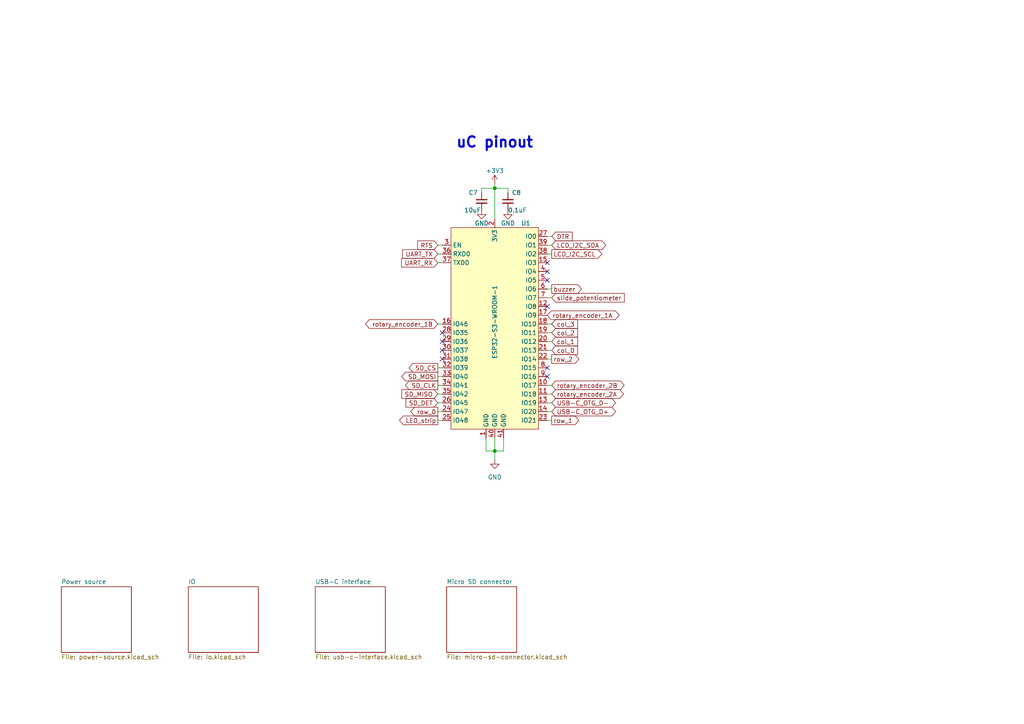
<source format=kicad_sch>
(kicad_sch (version 20230121) (generator eeschema)

  (uuid 26078c39-1d91-4154-8719-da74cb453e74)

  (paper "A4")

  (title_block
    (title "Keypad board")
    (date "2023-11-15")
    (rev "1.1")
  )

  (lib_symbols
    (symbol "PUTRocketLab_supply:+3.3V" (power) (pin_names (offset 0)) (in_bom yes) (on_board yes)
      (property "Reference" "#PWR" (at 0 -3.81 0)
        (effects (font (size 1.27 1.27)) hide)
      )
      (property "Value" "+3.3V" (at 0 3.556 0)
        (effects (font (size 1.27 1.27)))
      )
      (property "Footprint" "" (at 0 0 0)
        (effects (font (size 1.27 1.27)) hide)
      )
      (property "Datasheet" "" (at 0 0 0)
        (effects (font (size 1.27 1.27)) hide)
      )
      (property "ki_keywords" "power-flag" (at 0 0 0)
        (effects (font (size 1.27 1.27)) hide)
      )
      (property "ki_description" "Power symbol creates a global label with name \"+3.3V\"" (at 0 0 0)
        (effects (font (size 1.27 1.27)) hide)
      )
      (symbol "+3.3V_0_1"
        (polyline
          (pts
            (xy -0.762 1.27)
            (xy 0 2.54)
          )
          (stroke (width 0) (type default))
          (fill (type none))
        )
        (polyline
          (pts
            (xy 0 0)
            (xy 0 2.54)
          )
          (stroke (width 0) (type default))
          (fill (type none))
        )
        (polyline
          (pts
            (xy 0 2.54)
            (xy 0.762 1.27)
          )
          (stroke (width 0) (type default))
          (fill (type none))
        )
      )
      (symbol "+3.3V_1_1"
        (pin power_in line (at 0 0 90) (length 0) hide
          (name "+3V3" (effects (font (size 1.27 1.27))))
          (number "1" (effects (font (size 1.27 1.27))))
        )
      )
    )
    (symbol "PUTRocketLab_supply:GND" (power) (pin_names (offset 0)) (in_bom yes) (on_board yes)
      (property "Reference" "#PWR" (at 0 -6.35 0)
        (effects (font (size 1.27 1.27)) hide)
      )
      (property "Value" "GND" (at 0 -3.81 0)
        (effects (font (size 1.27 1.27)))
      )
      (property "Footprint" "" (at 0 0 0)
        (effects (font (size 1.27 1.27)) hide)
      )
      (property "Datasheet" "" (at 0 0 0)
        (effects (font (size 1.27 1.27)) hide)
      )
      (property "ki_keywords" "power-flag" (at 0 0 0)
        (effects (font (size 1.27 1.27)) hide)
      )
      (property "ki_description" "Power symbol creates a global label with name \"GND\" , ground" (at 0 0 0)
        (effects (font (size 1.27 1.27)) hide)
      )
      (symbol "GND_0_1"
        (polyline
          (pts
            (xy 0 0)
            (xy 0 -1.27)
            (xy 1.27 -1.27)
            (xy 0 -2.54)
            (xy -1.27 -1.27)
            (xy 0 -1.27)
          )
          (stroke (width 0) (type default))
          (fill (type none))
        )
      )
      (symbol "GND_1_1"
        (pin power_in line (at 0 0 270) (length 0) hide
          (name "GND" (effects (font (size 1.27 1.27))))
          (number "1" (effects (font (size 1.27 1.27))))
        )
      )
    )
    (symbol "PUT_RocketLab_IC:ESP32-S3-WROOM-1" (in_bom yes) (on_board yes)
      (property "Reference" "U" (at -11.43 30.48 0)
        (effects (font (size 1.27 1.27)))
      )
      (property "Value" "ESP32-S3-WROOM-1" (at 0 -1.27 90)
        (effects (font (size 1.27 1.27)))
      )
      (property "Footprint" "PUTRocketLab_IC:ESP32-S3-WROOM-1" (at 0 -48.26 0)
        (effects (font (size 1.27 1.27)) hide)
      )
      (property "Datasheet" "https://www.espressif.com/sites/default/files/documentation/esp32-s3-wroom-1_wroom-1u_datasheet_en.pdf" (at 0 -45.72 0)
        (effects (font (size 1.27 1.27)) hide)
      )
      (property "ki_keywords" "ESP, ESP32, WROOM" (at 0 0 0)
        (effects (font (size 1.27 1.27)) hide)
      )
      (symbol "ESP32-S3-WROOM-1_0_1"
        (rectangle (start -12.7 29.21) (end 12.7 -29.21)
          (stroke (width 0) (type default))
          (fill (type background))
        )
      )
      (symbol "ESP32-S3-WROOM-1_1_1"
        (pin power_in line (at -2.54 -31.75 90) (length 2.54)
          (name "GND" (effects (font (size 1.27 1.27))))
          (number "1" (effects (font (size 1.27 1.27))))
        )
        (pin bidirectional line (at 15.24 -16.51 180) (length 2.54)
          (name "IO17" (effects (font (size 1.27 1.27))))
          (number "10" (effects (font (size 1.27 1.27))))
        )
        (pin bidirectional line (at 15.24 -19.05 180) (length 2.54)
          (name "IO18" (effects (font (size 1.27 1.27))))
          (number "11" (effects (font (size 1.27 1.27))))
        )
        (pin bidirectional line (at 15.24 6.35 180) (length 2.54)
          (name "IO8" (effects (font (size 1.27 1.27))))
          (number "12" (effects (font (size 1.27 1.27))))
        )
        (pin bidirectional line (at 15.24 -21.59 180) (length 2.54)
          (name "IO19" (effects (font (size 1.27 1.27))))
          (number "13" (effects (font (size 1.27 1.27))))
        )
        (pin bidirectional line (at 15.24 -24.13 180) (length 2.54)
          (name "IO20" (effects (font (size 1.27 1.27))))
          (number "14" (effects (font (size 1.27 1.27))))
        )
        (pin tri_state line (at 15.24 19.05 180) (length 2.54)
          (name "IO3" (effects (font (size 1.27 1.27))))
          (number "15" (effects (font (size 1.27 1.27))))
        )
        (pin tri_state line (at -15.24 1.27 0) (length 2.54)
          (name "IO46" (effects (font (size 1.27 1.27))))
          (number "16" (effects (font (size 1.27 1.27))))
        )
        (pin bidirectional line (at 15.24 3.81 180) (length 2.54)
          (name "IO9" (effects (font (size 1.27 1.27))))
          (number "17" (effects (font (size 1.27 1.27))))
        )
        (pin bidirectional line (at 15.24 1.27 180) (length 2.54)
          (name "IO10" (effects (font (size 1.27 1.27))))
          (number "18" (effects (font (size 1.27 1.27))))
        )
        (pin bidirectional line (at 15.24 -1.27 180) (length 2.54)
          (name "IO11" (effects (font (size 1.27 1.27))))
          (number "19" (effects (font (size 1.27 1.27))))
        )
        (pin power_in line (at 0 31.75 270) (length 2.54)
          (name "3V3" (effects (font (size 1.27 1.27))))
          (number "2" (effects (font (size 1.27 1.27))))
        )
        (pin bidirectional line (at 15.24 -3.81 180) (length 2.54)
          (name "IO12" (effects (font (size 1.27 1.27))))
          (number "20" (effects (font (size 1.27 1.27))))
        )
        (pin bidirectional line (at 15.24 -6.35 180) (length 2.54)
          (name "IO13" (effects (font (size 1.27 1.27))))
          (number "21" (effects (font (size 1.27 1.27))))
        )
        (pin bidirectional line (at 15.24 -8.89 180) (length 2.54)
          (name "IO14" (effects (font (size 1.27 1.27))))
          (number "22" (effects (font (size 1.27 1.27))))
        )
        (pin bidirectional line (at 15.24 -26.67 180) (length 2.54)
          (name "IO21" (effects (font (size 1.27 1.27))))
          (number "23" (effects (font (size 1.27 1.27))))
        )
        (pin bidirectional line (at -15.24 -24.13 0) (length 2.54)
          (name "IO47" (effects (font (size 1.27 1.27))))
          (number "24" (effects (font (size 1.27 1.27))))
        )
        (pin bidirectional line (at -15.24 -26.67 0) (length 2.54)
          (name "IO48" (effects (font (size 1.27 1.27))))
          (number "25" (effects (font (size 1.27 1.27))))
        )
        (pin tri_state line (at -15.24 -21.59 0) (length 2.54)
          (name "IO45" (effects (font (size 1.27 1.27))))
          (number "26" (effects (font (size 1.27 1.27))))
        )
        (pin tri_state line (at 15.24 26.67 180) (length 2.54)
          (name "IO0" (effects (font (size 1.27 1.27))))
          (number "27" (effects (font (size 1.27 1.27))))
        )
        (pin bidirectional line (at -15.24 -1.27 0) (length 2.54)
          (name "IO35" (effects (font (size 1.27 1.27))))
          (number "28" (effects (font (size 1.27 1.27))))
        )
        (pin bidirectional line (at -15.24 -3.81 0) (length 2.54)
          (name "IO36" (effects (font (size 1.27 1.27))))
          (number "29" (effects (font (size 1.27 1.27))))
        )
        (pin input line (at -15.24 24.13 0) (length 2.54)
          (name "EN" (effects (font (size 1.27 1.27))))
          (number "3" (effects (font (size 1.27 1.27))))
        )
        (pin bidirectional line (at -15.24 -6.35 0) (length 2.54)
          (name "IO37" (effects (font (size 1.27 1.27))))
          (number "30" (effects (font (size 1.27 1.27))))
        )
        (pin bidirectional line (at -15.24 -8.89 0) (length 2.54)
          (name "IO38" (effects (font (size 1.27 1.27))))
          (number "31" (effects (font (size 1.27 1.27))))
        )
        (pin bidirectional line (at -15.24 -11.43 0) (length 2.54)
          (name "IO39" (effects (font (size 1.27 1.27))))
          (number "32" (effects (font (size 1.27 1.27))))
        )
        (pin bidirectional line (at -15.24 -13.97 0) (length 2.54)
          (name "IO40" (effects (font (size 1.27 1.27))))
          (number "33" (effects (font (size 1.27 1.27))))
        )
        (pin bidirectional line (at -15.24 -16.51 0) (length 2.54)
          (name "IO41" (effects (font (size 1.27 1.27))))
          (number "34" (effects (font (size 1.27 1.27))))
        )
        (pin bidirectional line (at -15.24 -19.05 0) (length 2.54)
          (name "IO42" (effects (font (size 1.27 1.27))))
          (number "35" (effects (font (size 1.27 1.27))))
        )
        (pin input line (at -15.24 21.59 0) (length 2.54)
          (name "RXD0" (effects (font (size 1.27 1.27))))
          (number "36" (effects (font (size 1.27 1.27))))
        )
        (pin output line (at -15.24 19.05 0) (length 2.54)
          (name "TXD0" (effects (font (size 1.27 1.27))))
          (number "37" (effects (font (size 1.27 1.27))))
        )
        (pin bidirectional line (at 15.24 21.59 180) (length 2.54)
          (name "IO2" (effects (font (size 1.27 1.27))))
          (number "38" (effects (font (size 1.27 1.27))))
        )
        (pin bidirectional line (at 15.24 24.13 180) (length 2.54)
          (name "IO1" (effects (font (size 1.27 1.27))))
          (number "39" (effects (font (size 1.27 1.27))))
        )
        (pin bidirectional line (at 15.24 16.51 180) (length 2.54)
          (name "IO4" (effects (font (size 1.27 1.27))))
          (number "4" (effects (font (size 1.27 1.27))))
        )
        (pin power_in line (at 0 -31.75 90) (length 2.54)
          (name "GND" (effects (font (size 1.27 1.27))))
          (number "40" (effects (font (size 1.27 1.27))))
        )
        (pin power_in line (at 2.54 -31.75 90) (length 2.54)
          (name "GND" (effects (font (size 1.27 1.27))))
          (number "41" (effects (font (size 1.27 1.27))))
        )
        (pin bidirectional line (at 15.24 13.97 180) (length 2.54)
          (name "IO5" (effects (font (size 1.27 1.27))))
          (number "5" (effects (font (size 1.27 1.27))))
        )
        (pin bidirectional line (at 15.24 11.43 180) (length 2.54)
          (name "IO6" (effects (font (size 1.27 1.27))))
          (number "6" (effects (font (size 1.27 1.27))))
        )
        (pin bidirectional line (at 15.24 8.89 180) (length 2.54)
          (name "IO7" (effects (font (size 1.27 1.27))))
          (number "7" (effects (font (size 1.27 1.27))))
        )
        (pin bidirectional line (at 15.24 -11.43 180) (length 2.54)
          (name "IO15" (effects (font (size 1.27 1.27))))
          (number "8" (effects (font (size 1.27 1.27))))
        )
        (pin bidirectional line (at 15.24 -13.97 180) (length 2.54)
          (name "IO16" (effects (font (size 1.27 1.27))))
          (number "9" (effects (font (size 1.27 1.27))))
        )
      )
    )
    (symbol "PutRocketLab_RCL:C_Small" (pin_numbers hide) (pin_names (offset 0.254) hide) (in_bom yes) (on_board yes)
      (property "Reference" "C" (at 0.254 1.778 0)
        (effects (font (size 1.27 1.27)) (justify left))
      )
      (property "Value" "C_Small" (at 0.254 -2.032 0)
        (effects (font (size 1.27 1.27)) (justify left))
      )
      (property "Footprint" "" (at 0 0 0)
        (effects (font (size 1.27 1.27)) hide)
      )
      (property "Datasheet" "~" (at 0 0 0)
        (effects (font (size 1.27 1.27)) hide)
      )
      (property "ki_keywords" "capacitor cap" (at 0 0 0)
        (effects (font (size 1.27 1.27)) hide)
      )
      (property "ki_description" "Unpolarized capacitor, small symbol" (at 0 0 0)
        (effects (font (size 1.27 1.27)) hide)
      )
      (property "ki_fp_filters" "C_*" (at 0 0 0)
        (effects (font (size 1.27 1.27)) hide)
      )
      (symbol "C_Small_0_1"
        (polyline
          (pts
            (xy -1.524 -0.508)
            (xy 1.524 -0.508)
          )
          (stroke (width 0.3302) (type default))
          (fill (type none))
        )
        (polyline
          (pts
            (xy -1.524 0.508)
            (xy 1.524 0.508)
          )
          (stroke (width 0.3048) (type default))
          (fill (type none))
        )
      )
      (symbol "C_Small_1_1"
        (pin passive line (at 0 2.54 270) (length 2.032)
          (name "~" (effects (font (size 1.27 1.27))))
          (number "1" (effects (font (size 1.27 1.27))))
        )
        (pin passive line (at 0 -2.54 90) (length 2.032)
          (name "~" (effects (font (size 1.27 1.27))))
          (number "2" (effects (font (size 1.27 1.27))))
        )
      )
    )
  )

  (junction (at 143.51 54.61) (diameter 0) (color 0 0 0 0)
    (uuid 2e814cac-a2a5-4f23-9357-e9506d99ff37)
  )
  (junction (at 143.51 130.81) (diameter 0) (color 0 0 0 0)
    (uuid 625bf36d-1f2a-4a51-9b26-d62f305d4969)
  )

  (no_connect (at 158.75 88.9) (uuid 108cb2a6-bd18-4ab5-a473-0f873e0ea904))
  (no_connect (at 158.75 78.74) (uuid 382e3170-fd3b-4dd8-a75f-90e07cd076d3))
  (no_connect (at 158.75 76.2) (uuid 45c1501b-859b-4789-92d3-adb974dd54f5))
  (no_connect (at 158.75 106.68) (uuid 4e382b37-e103-457c-80b3-ffb5921ca907))
  (no_connect (at 128.27 96.52) (uuid 54c037d4-9c56-4405-883a-0a7c06cd873c))
  (no_connect (at 128.27 104.14) (uuid 9a2161f3-1a78-4779-a9ab-0a117736d453))
  (no_connect (at 158.75 81.28) (uuid a1d64f54-2608-43e0-940e-f429e8368a4e))
  (no_connect (at 128.27 99.06) (uuid a747d3e4-6b52-48ef-88cd-3a301666646e))
  (no_connect (at 158.75 109.22) (uuid d94b5d51-dda6-440d-9a35-3de387d2d229))
  (no_connect (at 128.27 101.6) (uuid dd771f37-823d-47da-8d40-ad704413d70a))

  (wire (pts (xy 140.97 127) (xy 140.97 130.81))
    (stroke (width 0) (type default))
    (uuid 08a3c591-a2c1-4d30-9aec-4ce6a9040b97)
  )
  (wire (pts (xy 127 76.2) (xy 128.27 76.2))
    (stroke (width 0) (type default))
    (uuid 0bff2490-47db-4b75-a218-87c62dd56e5c)
  )
  (wire (pts (xy 143.51 53.34) (xy 143.51 54.61))
    (stroke (width 0) (type default))
    (uuid 27784979-3372-43f2-bde2-32b19dff8cb5)
  )
  (wire (pts (xy 143.51 130.81) (xy 143.51 127))
    (stroke (width 0) (type default))
    (uuid 29f069ed-b92f-472b-8e03-cf72bc45a296)
  )
  (wire (pts (xy 127 71.12) (xy 128.27 71.12))
    (stroke (width 0) (type default))
    (uuid 32e50a65-9075-458d-b71e-0303fd9c26cb)
  )
  (wire (pts (xy 147.32 54.61) (xy 147.32 55.88))
    (stroke (width 0) (type default))
    (uuid 38f88675-eeea-489d-bd91-cf2dd0c31595)
  )
  (wire (pts (xy 127 106.68) (xy 128.27 106.68))
    (stroke (width 0) (type default))
    (uuid 525a9da5-bcad-487a-83bb-154b26e9b3aa)
  )
  (wire (pts (xy 160.02 111.76) (xy 158.75 111.76))
    (stroke (width 0) (type default))
    (uuid 561d6d3a-ad30-43ff-a076-12efa95d94c4)
  )
  (wire (pts (xy 127 116.84) (xy 128.27 116.84))
    (stroke (width 0) (type default))
    (uuid 5ef47d0c-6c33-4101-b2ed-9358f08302f1)
  )
  (wire (pts (xy 143.51 54.61) (xy 147.32 54.61))
    (stroke (width 0) (type default))
    (uuid 6c3ffae6-b50a-4eab-8041-f20b779dc44b)
  )
  (wire (pts (xy 143.51 54.61) (xy 143.51 63.5))
    (stroke (width 0) (type default))
    (uuid 7b89fbd2-2b0b-49cf-b804-8544563e6e77)
  )
  (wire (pts (xy 160.02 104.14) (xy 158.75 104.14))
    (stroke (width 0) (type default))
    (uuid 7eb83d8a-e564-4a2c-afcc-3a67ba5f0ff6)
  )
  (wire (pts (xy 158.75 71.12) (xy 160.02 71.12))
    (stroke (width 0) (type default))
    (uuid 867c98e5-ef6c-417b-a1e1-b968c6c2a4d1)
  )
  (wire (pts (xy 127 111.76) (xy 128.27 111.76))
    (stroke (width 0) (type default))
    (uuid 8e31f79a-5ced-47b7-879d-3b9b8e000578)
  )
  (wire (pts (xy 127 119.38) (xy 128.27 119.38))
    (stroke (width 0) (type default))
    (uuid 91958687-ff78-4301-86ee-7bc119efdca7)
  )
  (wire (pts (xy 160.02 93.98) (xy 158.75 93.98))
    (stroke (width 0) (type default))
    (uuid 92db1853-ec63-432a-83dc-62d974ca5f4b)
  )
  (wire (pts (xy 139.7 54.61) (xy 139.7 55.88))
    (stroke (width 0) (type default))
    (uuid 93430ace-e5fc-4239-9a19-9ccbba53a9ae)
  )
  (wire (pts (xy 139.7 54.61) (xy 143.51 54.61))
    (stroke (width 0) (type default))
    (uuid 9972ded4-b743-400c-8ab4-2286545a6f47)
  )
  (wire (pts (xy 158.75 73.66) (xy 160.02 73.66))
    (stroke (width 0) (type default))
    (uuid 9a27399f-c975-44dc-a60b-3afab2c74f0b)
  )
  (wire (pts (xy 160.02 86.36) (xy 158.75 86.36))
    (stroke (width 0) (type default))
    (uuid 9a31ebd5-7597-467d-a306-5ff2f2e1a4d2)
  )
  (wire (pts (xy 127 73.66) (xy 128.27 73.66))
    (stroke (width 0) (type default))
    (uuid a08cd76d-a1bf-4422-b01b-4d83597ff03b)
  )
  (wire (pts (xy 127 121.92) (xy 128.27 121.92))
    (stroke (width 0) (type default))
    (uuid a8063c1e-2a9a-4502-bcb6-bbf6f8b2a597)
  )
  (wire (pts (xy 127 93.98) (xy 128.27 93.98))
    (stroke (width 0) (type default))
    (uuid b2680f28-db25-45d6-bb13-8d2ec560f688)
  )
  (wire (pts (xy 140.97 130.81) (xy 143.51 130.81))
    (stroke (width 0) (type default))
    (uuid c4e087ca-e142-4f0b-9482-ea19ab50d2ed)
  )
  (wire (pts (xy 160.02 83.82) (xy 158.75 83.82))
    (stroke (width 0) (type default))
    (uuid c554b6e7-6d28-40bb-9495-09ac2eef2114)
  )
  (wire (pts (xy 146.05 130.81) (xy 143.51 130.81))
    (stroke (width 0) (type default))
    (uuid c9e58942-7014-4ef8-94c5-e25462a07b3f)
  )
  (wire (pts (xy 160.02 96.52) (xy 158.75 96.52))
    (stroke (width 0) (type default))
    (uuid cbcc4fcb-a295-4f81-845f-b24ed78b0900)
  )
  (wire (pts (xy 160.02 68.58) (xy 158.75 68.58))
    (stroke (width 0) (type default))
    (uuid d430ba25-5bfa-4905-976a-e33b73dc66cd)
  )
  (wire (pts (xy 160.02 101.6) (xy 158.75 101.6))
    (stroke (width 0) (type default))
    (uuid d5b4e959-3c2a-4bb7-b41a-4ea2f3315c4a)
  )
  (wire (pts (xy 127 114.3) (xy 128.27 114.3))
    (stroke (width 0) (type default))
    (uuid db2058fb-a9e7-466a-ba79-1c5711cf3631)
  )
  (wire (pts (xy 127 109.22) (xy 128.27 109.22))
    (stroke (width 0) (type default))
    (uuid ddf0131e-1db4-48b9-abc3-e3ab070c597e)
  )
  (wire (pts (xy 143.51 130.81) (xy 143.51 133.35))
    (stroke (width 0) (type default))
    (uuid e52cf3b5-ef28-45ee-9a2d-16abf3e78fa9)
  )
  (wire (pts (xy 160.02 121.92) (xy 158.75 121.92))
    (stroke (width 0) (type default))
    (uuid e659fbb4-6209-458b-b277-8d34e4402e7b)
  )
  (wire (pts (xy 160.02 119.38) (xy 158.75 119.38))
    (stroke (width 0) (type default))
    (uuid e77e91a0-089a-4233-9978-11842e7c3149)
  )
  (wire (pts (xy 160.02 99.06) (xy 158.75 99.06))
    (stroke (width 0) (type default))
    (uuid eea4c8e7-75ab-4868-80c6-0a6474bdf286)
  )
  (wire (pts (xy 160.02 116.84) (xy 158.75 116.84))
    (stroke (width 0) (type default))
    (uuid f2ca90a2-6106-44d3-89cb-ccced101cf75)
  )
  (wire (pts (xy 146.05 127) (xy 146.05 130.81))
    (stroke (width 0) (type default))
    (uuid f77f0623-2df9-4d78-bc83-a57bb6b48b79)
  )
  (wire (pts (xy 160.02 114.3) (xy 158.75 114.3))
    (stroke (width 0) (type default))
    (uuid ffd3191f-8f95-4fa3-b899-f54c17240025)
  )

  (text "uC pinout" (at 132.08 43.18 0)
    (effects (font (size 3 3) (thickness 0.6) bold) (justify left bottom))
    (uuid 4d8502b0-ed28-4420-8f1c-32a2780d23c4)
  )

  (global_label "buzzer" (shape output) (at 160.02 83.82 0) (fields_autoplaced)
    (effects (font (size 1.27 1.27)) (justify left))
    (uuid 0eef5811-8c3d-4158-a7d2-7de56a413b79)
    (property "Intersheetrefs" "${INTERSHEET_REFS}" (at 169.2342 83.82 0)
      (effects (font (size 1.27 1.27)) (justify left) hide)
    )
  )
  (global_label "rotary_encoder_2B" (shape bidirectional) (at 160.02 111.76 0) (fields_autoplaced)
    (effects (font (size 1.27 1.27)) (justify left))
    (uuid 173ed5ad-dc49-4b9c-9027-e3d1e99e89b8)
    (property "Intersheetrefs" "${INTERSHEET_REFS}" (at 181.5939 111.76 0)
      (effects (font (size 1.27 1.27)) (justify left) hide)
    )
  )
  (global_label "SD_CS" (shape output) (at 127 106.68 180) (fields_autoplaced)
    (effects (font (size 1.27 1.27)) (justify right))
    (uuid 218ba6c8-6f02-4cf1-b41d-c99d7e11d3d5)
    (property "Intersheetrefs" "${INTERSHEET_REFS}" (at 118.0882 106.68 0)
      (effects (font (size 1.27 1.27)) (justify right) hide)
    )
  )
  (global_label "RTS" (shape input) (at 127 71.12 180) (fields_autoplaced)
    (effects (font (size 1.27 1.27)) (justify right))
    (uuid 226f8740-d4df-43b2-88d6-9e1cb6f1649b)
    (property "Intersheetrefs" "${INTERSHEET_REFS}" (at 120.5677 71.12 0)
      (effects (font (size 1.27 1.27)) (justify right) hide)
    )
  )
  (global_label "slide_potentiometer" (shape input) (at 160.02 86.36 0) (fields_autoplaced)
    (effects (font (size 1.27 1.27)) (justify left))
    (uuid 36e98c8f-e909-4649-bd6a-f1d20bf783ab)
    (property "Intersheetrefs" "${INTERSHEET_REFS}" (at 181.6317 86.36 0)
      (effects (font (size 1.27 1.27)) (justify left) hide)
    )
  )
  (global_label "rotary_encoder_1A" (shape bidirectional) (at 158.75 91.44 0) (fields_autoplaced)
    (effects (font (size 1.27 1.27)) (justify left))
    (uuid 3af67104-e81c-41b0-a8cf-e21b4ec69b75)
    (property "Intersheetrefs" "${INTERSHEET_REFS}" (at 180.1425 91.44 0)
      (effects (font (size 1.27 1.27)) (justify left) hide)
    )
  )
  (global_label "USB-C_OTG_D+" (shape bidirectional) (at 160.02 119.38 0) (fields_autoplaced)
    (effects (font (size 1.27 1.27)) (justify left))
    (uuid 4cf02b29-4b5e-486c-bacc-921f7e54ec23)
    (property "Intersheetrefs" "${INTERSHEET_REFS}" (at 179.1146 119.38 0)
      (effects (font (size 1.27 1.27)) (justify left) hide)
    )
  )
  (global_label "row_0" (shape output) (at 127 119.38 180) (fields_autoplaced)
    (effects (font (size 1.27 1.27)) (justify right))
    (uuid 4d8e0c8d-7223-4520-a5c2-5ae28c5196a1)
    (property "Intersheetrefs" "${INTERSHEET_REFS}" (at 118.572 119.38 0)
      (effects (font (size 1.27 1.27)) (justify right) hide)
    )
  )
  (global_label "SD_MOSI" (shape output) (at 127 109.22 180) (fields_autoplaced)
    (effects (font (size 1.27 1.27)) (justify right))
    (uuid 5f17f63e-3503-4eb2-ae84-7a318dccaa02)
    (property "Intersheetrefs" "${INTERSHEET_REFS}" (at 115.9715 109.22 0)
      (effects (font (size 1.27 1.27)) (justify right) hide)
    )
  )
  (global_label "col_3" (shape input) (at 160.02 93.98 0) (fields_autoplaced)
    (effects (font (size 1.27 1.27)) (justify left))
    (uuid 62f26f03-eb34-427d-a2e2-bb00ceb269dc)
    (property "Intersheetrefs" "${INTERSHEET_REFS}" (at 168.0851 93.98 0)
      (effects (font (size 1.27 1.27)) (justify left) hide)
    )
  )
  (global_label "rotary_encoder_2A" (shape bidirectional) (at 160.02 114.3 0) (fields_autoplaced)
    (effects (font (size 1.27 1.27)) (justify left))
    (uuid 6520acd1-d00e-4d69-a1bc-888b8806ec86)
    (property "Intersheetrefs" "${INTERSHEET_REFS}" (at 181.4125 114.3 0)
      (effects (font (size 1.27 1.27)) (justify left) hide)
    )
  )
  (global_label "rotary_encoder_1B" (shape bidirectional) (at 127 93.98 180) (fields_autoplaced)
    (effects (font (size 1.27 1.27)) (justify right))
    (uuid 6647faba-be0d-4c6c-9c86-d1226a86ca04)
    (property "Intersheetrefs" "${INTERSHEET_REFS}" (at 105.4261 93.98 0)
      (effects (font (size 1.27 1.27)) (justify right) hide)
    )
  )
  (global_label "SD_DET" (shape input) (at 127 116.84 180) (fields_autoplaced)
    (effects (font (size 1.27 1.27)) (justify right))
    (uuid 7d89cfa1-170b-480a-9c1c-91eaa8123390)
    (property "Intersheetrefs" "${INTERSHEET_REFS}" (at 117.1811 116.84 0)
      (effects (font (size 1.27 1.27)) (justify right) hide)
    )
  )
  (global_label "UART_RX" (shape input) (at 127 76.2 180) (fields_autoplaced)
    (effects (font (size 1.27 1.27)) (justify right))
    (uuid 805ed7da-7b2c-46ed-8905-f54fe0c2c807)
    (property "Intersheetrefs" "${INTERSHEET_REFS}" (at 115.911 76.2 0)
      (effects (font (size 1.27 1.27)) (justify right) hide)
    )
  )
  (global_label "SD_CLK" (shape output) (at 127 111.76 180) (fields_autoplaced)
    (effects (font (size 1.27 1.27)) (justify right))
    (uuid 9171cef9-1448-4344-ae75-2bda1b4902c0)
    (property "Intersheetrefs" "${INTERSHEET_REFS}" (at 116.9996 111.76 0)
      (effects (font (size 1.27 1.27)) (justify right) hide)
    )
  )
  (global_label "USB-C_OTG_D-" (shape bidirectional) (at 160.02 116.84 0) (fields_autoplaced)
    (effects (font (size 1.27 1.27)) (justify left))
    (uuid 9402d704-1f00-46e6-ad9c-49b304846702)
    (property "Intersheetrefs" "${INTERSHEET_REFS}" (at 179.1146 116.84 0)
      (effects (font (size 1.27 1.27)) (justify left) hide)
    )
  )
  (global_label "col_0" (shape input) (at 160.02 101.6 0) (fields_autoplaced)
    (effects (font (size 1.27 1.27)) (justify left))
    (uuid 94a31434-ffb0-49da-8427-514722edb970)
    (property "Intersheetrefs" "${INTERSHEET_REFS}" (at 168.0851 101.6 0)
      (effects (font (size 1.27 1.27)) (justify left) hide)
    )
  )
  (global_label "SD_MISO" (shape input) (at 127 114.3 180) (fields_autoplaced)
    (effects (font (size 1.27 1.27)) (justify right))
    (uuid 9cc4063d-b25c-4fad-ace5-92061ee926f4)
    (property "Intersheetrefs" "${INTERSHEET_REFS}" (at 115.9715 114.3 0)
      (effects (font (size 1.27 1.27)) (justify right) hide)
    )
  )
  (global_label "col_1" (shape input) (at 160.02 99.06 0) (fields_autoplaced)
    (effects (font (size 1.27 1.27)) (justify left))
    (uuid ac8caad2-72b1-4fd4-99da-b9ddf3fc3e25)
    (property "Intersheetrefs" "${INTERSHEET_REFS}" (at 168.0851 99.06 0)
      (effects (font (size 1.27 1.27)) (justify left) hide)
    )
  )
  (global_label "col_2" (shape input) (at 160.02 96.52 0) (fields_autoplaced)
    (effects (font (size 1.27 1.27)) (justify left))
    (uuid afa110f3-da15-497a-a3b6-12f4bd61cfdf)
    (property "Intersheetrefs" "${INTERSHEET_REFS}" (at 168.0851 96.52 0)
      (effects (font (size 1.27 1.27)) (justify left) hide)
    )
  )
  (global_label "row_2" (shape output) (at 160.02 104.14 0) (fields_autoplaced)
    (effects (font (size 1.27 1.27)) (justify left))
    (uuid b27a254c-4586-4a52-8e8c-8f064ba8c97e)
    (property "Intersheetrefs" "${INTERSHEET_REFS}" (at 168.448 104.14 0)
      (effects (font (size 1.27 1.27)) (justify left) hide)
    )
  )
  (global_label "row_1" (shape output) (at 160.02 121.92 0) (fields_autoplaced)
    (effects (font (size 1.27 1.27)) (justify left))
    (uuid b62d2202-bd00-40fa-a21c-3397799744a8)
    (property "Intersheetrefs" "${INTERSHEET_REFS}" (at 168.448 121.92 0)
      (effects (font (size 1.27 1.27)) (justify left) hide)
    )
  )
  (global_label "LED_strip" (shape output) (at 127 121.92 180) (fields_autoplaced)
    (effects (font (size 1.27 1.27)) (justify right))
    (uuid c810b8a5-234e-447a-b882-53bf85cb48b2)
    (property "Intersheetrefs" "${INTERSHEET_REFS}" (at 115.3063 121.92 0)
      (effects (font (size 1.27 1.27)) (justify right) hide)
    )
  )
  (global_label "UART_TX" (shape input) (at 127 73.66 180) (fields_autoplaced)
    (effects (font (size 1.27 1.27)) (justify right))
    (uuid d56b9420-9fb2-4b78-9a7e-0fb72a81e614)
    (property "Intersheetrefs" "${INTERSHEET_REFS}" (at 116.2134 73.66 0)
      (effects (font (size 1.27 1.27)) (justify right) hide)
    )
  )
  (global_label "LCD_I2C_SCL" (shape output) (at 160.02 73.66 0) (fields_autoplaced)
    (effects (font (size 1.27 1.27)) (justify left))
    (uuid d7e2e1fa-8fbb-47ee-816e-d8df7b9ad8ed)
    (property "Intersheetrefs" "${INTERSHEET_REFS}" (at 175.1004 73.66 0)
      (effects (font (size 1.27 1.27)) (justify left) hide)
    )
  )
  (global_label "LCD_I2C_SDA" (shape bidirectional) (at 160.02 71.12 0) (fields_autoplaced)
    (effects (font (size 1.27 1.27)) (justify left))
    (uuid e57df766-da24-46dc-a98e-f56b28db38b8)
    (property "Intersheetrefs" "${INTERSHEET_REFS}" (at 176.2722 71.12 0)
      (effects (font (size 1.27 1.27)) (justify left) hide)
    )
  )
  (global_label "DTR" (shape input) (at 160.02 68.58 0) (fields_autoplaced)
    (effects (font (size 1.27 1.27)) (justify left))
    (uuid efe71064-403d-4769-9d7c-e229265ca6bd)
    (property "Intersheetrefs" "${INTERSHEET_REFS}" (at 166.5128 68.58 0)
      (effects (font (size 1.27 1.27)) (justify left) hide)
    )
  )

  (symbol (lib_id "PUTRocketLab_supply:+3.3V") (at 143.51 53.34 0) (unit 1)
    (in_bom yes) (on_board yes) (dnp no)
    (uuid 0516d39d-7c96-443a-988e-66bced891ddf)
    (property "Reference" "#PWR027" (at 143.51 57.15 0)
      (effects (font (size 1.27 1.27)) hide)
    )
    (property "Value" "+3.3V" (at 143.51 49.53 0)
      (effects (font (size 1.27 1.27)))
    )
    (property "Footprint" "" (at 143.51 53.34 0)
      (effects (font (size 1.27 1.27)) hide)
    )
    (property "Datasheet" "" (at 143.51 53.34 0)
      (effects (font (size 1.27 1.27)) hide)
    )
    (pin "1" (uuid 5c9c8090-4230-425d-85d0-14cdec5fa2a6))
    (instances
      (project "keypad"
        (path "/26078c39-1d91-4154-8719-da74cb453e74"
          (reference "#PWR027") (unit 1)
        )
      )
    )
  )

  (symbol (lib_id "PutRocketLab_RCL:C_Small") (at 147.32 58.42 0) (unit 1)
    (in_bom yes) (on_board yes) (dnp no)
    (uuid 194c9fa9-e85e-425f-aedc-9b61bf538267)
    (property "Reference" "C8" (at 151.13 55.88 0)
      (effects (font (size 1.27 1.27)) (justify right))
    )
    (property "Value" "0.1uF" (at 147.32 60.96 0)
      (effects (font (size 1.27 1.27)) (justify left))
    )
    (property "Footprint" "Capacitor_SMD:C_0603_1608Metric" (at 147.32 58.42 0)
      (effects (font (size 1.27 1.27)) hide)
    )
    (property "Datasheet" "~" (at 147.32 58.42 0)
      (effects (font (size 1.27 1.27)) hide)
    )
    (pin "1" (uuid f5cad958-3c20-4b5e-8c32-27443dd24339))
    (pin "2" (uuid 155ee70f-c6a3-46a8-8877-c0e0e24dcae8))
    (instances
      (project "keypad"
        (path "/26078c39-1d91-4154-8719-da74cb453e74"
          (reference "C8") (unit 1)
        )
      )
    )
  )

  (symbol (lib_id "PUTRocketLab_supply:GND") (at 139.7 60.96 0) (unit 1)
    (in_bom yes) (on_board yes) (dnp no)
    (uuid 3b04a51f-7a47-44e7-8b44-85a6d8044930)
    (property "Reference" "#PWR026" (at 139.7 67.31 0)
      (effects (font (size 1.27 1.27)) hide)
    )
    (property "Value" "GND" (at 139.7 64.77 0)
      (effects (font (size 1.27 1.27)))
    )
    (property "Footprint" "" (at 139.7 60.96 0)
      (effects (font (size 1.27 1.27)) hide)
    )
    (property "Datasheet" "" (at 139.7 60.96 0)
      (effects (font (size 1.27 1.27)) hide)
    )
    (pin "1" (uuid d18a8e2a-ba40-4d76-8149-eec2d349788f))
    (instances
      (project "keypad"
        (path "/26078c39-1d91-4154-8719-da74cb453e74"
          (reference "#PWR026") (unit 1)
        )
      )
    )
  )

  (symbol (lib_id "PutRocketLab_RCL:C_Small") (at 139.7 58.42 0) (unit 1)
    (in_bom yes) (on_board yes) (dnp no)
    (uuid 45e2ff88-a62d-45ca-bcb9-318531982965)
    (property "Reference" "C7" (at 135.89 55.88 0)
      (effects (font (size 1.27 1.27)) (justify left))
    )
    (property "Value" "10uF" (at 134.62 60.96 0)
      (effects (font (size 1.27 1.27)) (justify left))
    )
    (property "Footprint" "Capacitor_SMD:C_0603_1608Metric" (at 139.7 58.42 0)
      (effects (font (size 1.27 1.27)) hide)
    )
    (property "Datasheet" "~" (at 139.7 58.42 0)
      (effects (font (size 1.27 1.27)) hide)
    )
    (pin "1" (uuid 7ab7cc10-dfd2-4a13-b3f6-535e7a2ef2a3))
    (pin "2" (uuid 190184e2-ee00-4ad7-aa4c-fa173a39973f))
    (instances
      (project "keypad"
        (path "/26078c39-1d91-4154-8719-da74cb453e74"
          (reference "C7") (unit 1)
        )
      )
    )
  )

  (symbol (lib_id "PUT_RocketLab_IC:ESP32-S3-WROOM-1") (at 143.51 95.25 0) (unit 1)
    (in_bom yes) (on_board yes) (dnp no)
    (uuid 75a0025e-6879-4658-a0e3-cd3c4ca7a017)
    (property "Reference" "U1" (at 151.13 64.77 0)
      (effects (font (size 1.27 1.27)) (justify left))
    )
    (property "Value" "ESP32-S3-WROOM-1" (at 143.51 104.14 90)
      (effects (font (size 1.27 1.27)) (justify left))
    )
    (property "Footprint" "RF_Module:ESP32-S3-WROOM-1" (at 143.51 143.51 0)
      (effects (font (size 1.27 1.27)) hide)
    )
    (property "Datasheet" "https://www.espressif.com/sites/default/files/documentation/esp32-s3-wroom-1_wroom-1u_datasheet_en.pdf" (at 143.51 140.97 0)
      (effects (font (size 1.27 1.27)) hide)
    )
    (pin "1" (uuid 4c74267f-6d17-41f5-a4e5-0616a3c52fe3))
    (pin "10" (uuid 26a15e67-b3fe-419d-9bca-26b7f39c3067))
    (pin "11" (uuid 5730f0e6-8585-4488-8ed5-3c7b1ec8638e))
    (pin "12" (uuid 14bce084-f611-4c1c-95ba-09cf224b5629))
    (pin "13" (uuid f5718ebc-e09a-4909-a035-d8d903022402))
    (pin "14" (uuid 748454a8-3579-4fc4-8b84-aa564780030a))
    (pin "15" (uuid 8709e300-ffbd-4988-9b91-af2a1c54db31))
    (pin "16" (uuid 02202cf3-d500-48a9-99c0-2c3350697969))
    (pin "17" (uuid 7b9a02b8-7b27-43d9-b5f6-03ff2d85b512))
    (pin "18" (uuid fd53298e-afea-45c8-ad2d-db396e4b4fcc))
    (pin "19" (uuid 76c91e47-2102-4a95-bdaf-2df546eea4c5))
    (pin "2" (uuid 22943d25-da53-4b08-9361-05b52b1d1eb0))
    (pin "20" (uuid 07623376-bedc-416b-856d-f2b47bd351ba))
    (pin "21" (uuid d6c68ce9-d009-4c0e-9a3f-551a0792126e))
    (pin "22" (uuid e74a77ed-b803-4562-bbb5-fae468f45eee))
    (pin "23" (uuid 74beaf46-adfc-42db-bfff-009a5a24fd53))
    (pin "24" (uuid 17a8bdac-a7cc-4668-ba0c-6b6284bba963))
    (pin "25" (uuid cc06de52-68f8-48d2-a3fe-605401a98f84))
    (pin "26" (uuid ace39a51-6867-46ca-911a-a0c7e158e8f0))
    (pin "27" (uuid 94aba9c5-b118-489e-861c-0ae45fa6decf))
    (pin "28" (uuid e9323f3a-9c83-447b-9363-3fdfaa59d6a1))
    (pin "29" (uuid 6710ac66-76e5-45c0-867e-6b739bdfd7d2))
    (pin "3" (uuid f04bb669-9c8a-4155-a012-ccf2f790ca1e))
    (pin "30" (uuid 172bbe71-8825-44bf-a17c-7f8a14d475e3))
    (pin "31" (uuid 01ac0fac-69f5-41e3-a882-321c47081376))
    (pin "32" (uuid 902c52ca-54a7-4c1e-b9c7-07a4ba4e72b6))
    (pin "33" (uuid 51adbbbd-c379-4232-82d5-98f7262493d5))
    (pin "34" (uuid 27787f79-7cea-460e-ba34-faca9f646e15))
    (pin "35" (uuid f46f55a7-a76b-4d28-b31e-43acb8b20eb8))
    (pin "36" (uuid d4b2169e-88f5-44bd-80ac-0db0e28cb482))
    (pin "37" (uuid cb352351-af5a-42f0-b235-ccd7dbc1e8ae))
    (pin "38" (uuid 86eb1e4c-56dc-4a36-ab72-0ebd88753d10))
    (pin "39" (uuid 2b1a0196-86ac-40ab-85a0-0bea51725e46))
    (pin "4" (uuid 653f93bb-e6df-4e39-a9f4-a4fd21bc96c4))
    (pin "40" (uuid f0dcf3e9-b444-4bd5-be89-a6fb3406e1f9))
    (pin "41" (uuid 22a6c5e0-f266-45fb-b240-873b5c58b810))
    (pin "5" (uuid 58b9bf7d-3182-45cd-a550-5ff697f60373))
    (pin "6" (uuid fb9b5774-f775-4631-81d0-df0cc8000754))
    (pin "7" (uuid 607332d0-aec3-4c3b-9be0-51497005f98e))
    (pin "8" (uuid 40610f45-4ce0-4722-8a87-a0b164a1c816))
    (pin "9" (uuid cc9282b2-4a6c-4a56-828c-b1ca53aac974))
    (instances
      (project "keypad"
        (path "/26078c39-1d91-4154-8719-da74cb453e74"
          (reference "U1") (unit 1)
        )
      )
    )
  )

  (symbol (lib_id "PUTRocketLab_supply:GND") (at 147.32 60.96 0) (unit 1)
    (in_bom yes) (on_board yes) (dnp no)
    (uuid a399bc2e-e34a-4f60-b4ea-665f1e00d14e)
    (property "Reference" "#PWR02" (at 147.32 67.31 0)
      (effects (font (size 1.27 1.27)) hide)
    )
    (property "Value" "GND" (at 147.32 64.77 0)
      (effects (font (size 1.27 1.27)))
    )
    (property "Footprint" "" (at 147.32 60.96 0)
      (effects (font (size 1.27 1.27)) hide)
    )
    (property "Datasheet" "" (at 147.32 60.96 0)
      (effects (font (size 1.27 1.27)) hide)
    )
    (pin "1" (uuid 4cc4a485-84ae-48b5-872e-1d2b79fe34ab))
    (instances
      (project "keypad"
        (path "/26078c39-1d91-4154-8719-da74cb453e74"
          (reference "#PWR02") (unit 1)
        )
      )
    )
  )

  (symbol (lib_id "PUTRocketLab_supply:GND") (at 143.51 133.35 0) (unit 1)
    (in_bom yes) (on_board yes) (dnp no) (fields_autoplaced)
    (uuid a3d7f508-3714-4046-ac88-268cce66bc25)
    (property "Reference" "#PWR01" (at 143.51 139.7 0)
      (effects (font (size 1.27 1.27)) hide)
    )
    (property "Value" "GND" (at 143.51 138.43 0)
      (effects (font (size 1.27 1.27)))
    )
    (property "Footprint" "" (at 143.51 133.35 0)
      (effects (font (size 1.27 1.27)) hide)
    )
    (property "Datasheet" "" (at 143.51 133.35 0)
      (effects (font (size 1.27 1.27)) hide)
    )
    (pin "1" (uuid 77cba5a9-8ec9-4823-90bc-c19124040d73))
    (instances
      (project "keypad"
        (path "/26078c39-1d91-4154-8719-da74cb453e74"
          (reference "#PWR01") (unit 1)
        )
      )
    )
  )

  (sheet (at 54.61 170.18) (size 20.32 19.05) (fields_autoplaced)
    (stroke (width 0.1524) (type solid))
    (fill (color 0 0 0 0.0000))
    (uuid 3159a0fd-9cfb-4836-b001-4197fb47d6b2)
    (property "Sheetname" "IO" (at 54.61 169.4684 0)
      (effects (font (size 1.27 1.27)) (justify left bottom))
    )
    (property "Sheetfile" "io.kicad_sch" (at 54.61 189.8146 0)
      (effects (font (size 1.27 1.27)) (justify left top))
    )
    (instances
      (project "keypad"
        (path "/26078c39-1d91-4154-8719-da74cb453e74" (page "7"))
      )
    )
  )

  (sheet (at 17.78 170.18) (size 20.32 19.05) (fields_autoplaced)
    (stroke (width 0.1524) (type solid))
    (fill (color 0 0 0 0.0000))
    (uuid 3e174945-0f14-4777-84ae-d28e4ef4eec5)
    (property "Sheetname" "Power source" (at 17.78 169.4684 0)
      (effects (font (size 1.27 1.27)) (justify left bottom))
    )
    (property "Sheetfile" "power-source.kicad_sch" (at 17.78 189.8146 0)
      (effects (font (size 1.27 1.27)) (justify left top))
    )
    (instances
      (project "keypad"
        (path "/26078c39-1d91-4154-8719-da74cb453e74" (page "6"))
      )
    )
  )

  (sheet (at 129.54 170.18) (size 20.32 19.05) (fields_autoplaced)
    (stroke (width 0.1524) (type solid))
    (fill (color 0 0 0 0.0000))
    (uuid 77e80e03-91ee-4ab0-9128-b36d88ea7b10)
    (property "Sheetname" "Micro SD connector" (at 129.54 169.4684 0)
      (effects (font (size 1.27 1.27)) (justify left bottom))
    )
    (property "Sheetfile" "micro-sd-connector.kicad_sch" (at 129.54 189.8146 0)
      (effects (font (size 1.27 1.27)) (justify left top))
    )
    (instances
      (project "keypad"
        (path "/26078c39-1d91-4154-8719-da74cb453e74" (page "5"))
      )
    )
  )

  (sheet (at 91.44 170.18) (size 20.32 19.05) (fields_autoplaced)
    (stroke (width 0.1524) (type solid))
    (fill (color 0 0 0 0.0000))
    (uuid 8c59234c-4b92-497c-9a92-28fee1185425)
    (property "Sheetname" "USB-C interface" (at 91.44 169.4684 0)
      (effects (font (size 1.27 1.27)) (justify left bottom))
    )
    (property "Sheetfile" "usb-c-interface.kicad_sch" (at 91.44 189.8146 0)
      (effects (font (size 1.27 1.27)) (justify left top))
    )
    (instances
      (project "keypad"
        (path "/26078c39-1d91-4154-8719-da74cb453e74" (page "4"))
      )
    )
  )

  (sheet_instances
    (path "/" (page "1"))
  )
)

</source>
